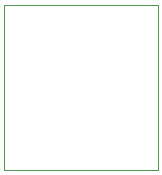
<source format=gbr>
%TF.GenerationSoftware,KiCad,Pcbnew,8.0.2*%
%TF.CreationDate,2024-12-28T14:30:30+01:00*%
%TF.ProjectId,frontPanels,66726f6e-7450-4616-9e65-6c732e6b6963,rev?*%
%TF.SameCoordinates,Original*%
%TF.FileFunction,Profile,NP*%
%FSLAX46Y46*%
G04 Gerber Fmt 4.6, Leading zero omitted, Abs format (unit mm)*
G04 Created by KiCad (PCBNEW 8.0.2) date 2024-12-28 14:30:30*
%MOMM*%
%LPD*%
G01*
G04 APERTURE LIST*
%TA.AperFunction,Profile*%
%ADD10C,0.100000*%
%TD*%
G04 APERTURE END LIST*
D10*
X143955000Y-115092000D02*
X134955000Y-115092000D01*
X134955000Y-101092000D02*
X147955000Y-101092000D01*
X147955000Y-101092000D02*
X147955000Y-115092000D01*
X134955000Y-115092000D02*
X134955000Y-101092000D01*
X143955000Y-115092000D02*
X147955000Y-115092000D01*
M02*

</source>
